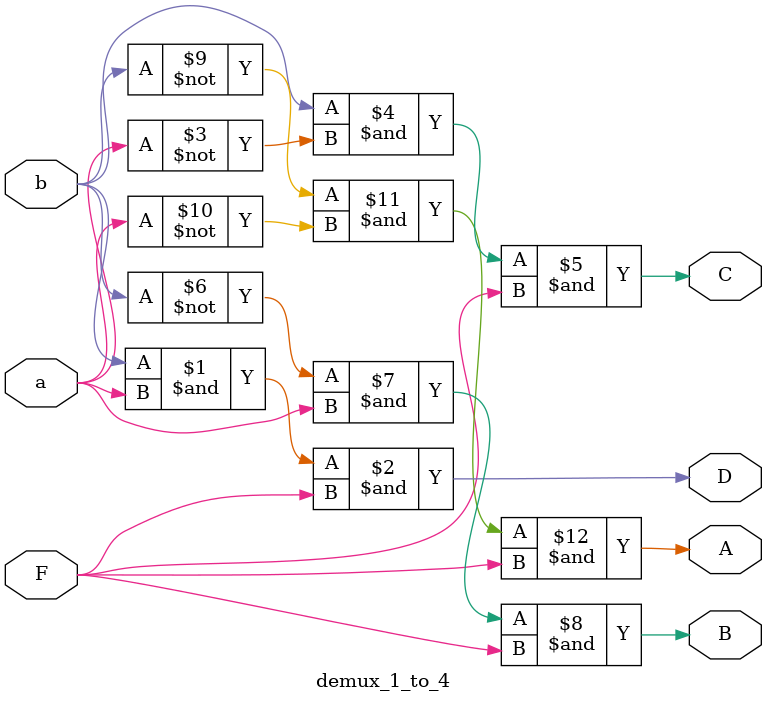
<source format=v>
`timescale 1ns / 1ps

module demux_1_to_4(
    input b, a, F,
    output D, C, B, A
    );
    assign D = b & a & F;
    assign C = b & ~a & F;
    assign B = ~b & a & F;
    assign A = ~b & ~a & F;
endmodule
</source>
